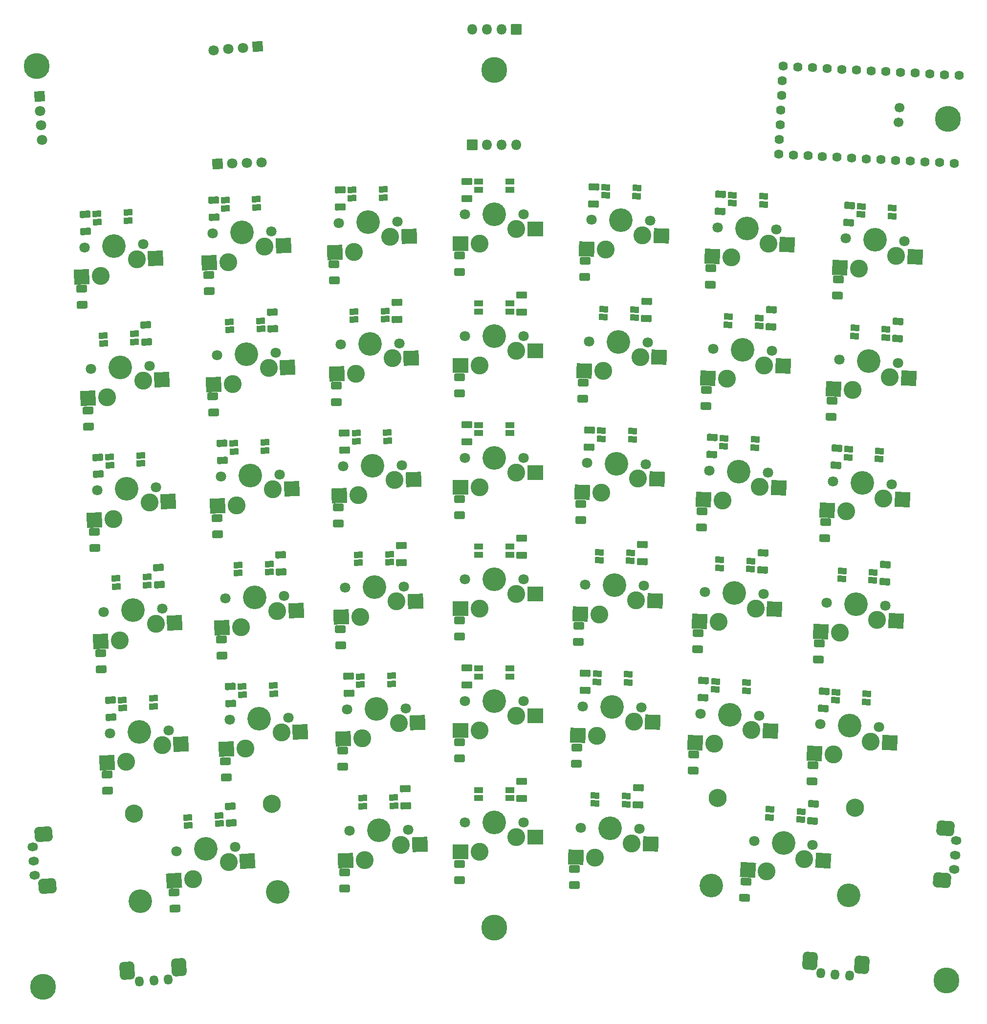
<source format=gbr>
%TF.GenerationSoftware,KiCad,Pcbnew,9.0.7*%
%TF.CreationDate,2026-01-25T01:50:45-05:00*%
%TF.ProjectId,travis_erg2026-v1,74726176-6973-45f6-9572-67323032362d,2026.01.24*%
%TF.SameCoordinates,Original*%
%TF.FileFunction,Soldermask,Bot*%
%TF.FilePolarity,Negative*%
%FSLAX46Y46*%
G04 Gerber Fmt 4.6, Leading zero omitted, Abs format (unit mm)*
G04 Created by KiCad (PCBNEW 9.0.7) date 2026-01-25 01:50:45*
%MOMM*%
%LPD*%
G01*
G04 APERTURE LIST*
G04 Aperture macros list*
%AMRoundRect*
0 Rectangle with rounded corners*
0 $1 Rounding radius*
0 $2 $3 $4 $5 $6 $7 $8 $9 X,Y pos of 4 corners*
0 Add a 4 corners polygon primitive as box body*
4,1,4,$2,$3,$4,$5,$6,$7,$8,$9,$2,$3,0*
0 Add four circle primitives for the rounded corners*
1,1,$1+$1,$2,$3*
1,1,$1+$1,$4,$5*
1,1,$1+$1,$6,$7*
1,1,$1+$1,$8,$9*
0 Add four rect primitives between the rounded corners*
20,1,$1+$1,$2,$3,$4,$5,0*
20,1,$1+$1,$4,$5,$6,$7,0*
20,1,$1+$1,$6,$7,$8,$9,0*
20,1,$1+$1,$8,$9,$2,$3,0*%
%AMHorizOval*
0 Thick line with rounded ends*
0 $1 width*
0 $2 $3 position (X,Y) of the first rounded end (center of the circle)*
0 $4 $5 position (X,Y) of the second rounded end (center of the circle)*
0 Add line between two ends*
20,1,$1,$2,$3,$4,$5,0*
0 Add two circle primitives to create the rounded ends*
1,1,$1,$2,$3*
1,1,$1,$4,$5*%
G04 Aperture macros list end*
%ADD10C,1.801800*%
%ADD11C,3.100000*%
%ADD12C,4.087800*%
%ADD13RoundRect,0.050000X1.317848X1.204742X-1.230599X1.293735X-1.317848X-1.204742X1.230599X-1.293735X0*%
%ADD14RoundRect,0.050000X1.230599X1.293735X-1.317848X1.204742X-1.230599X-1.293735X1.317848X-1.204742X0*%
%ADD15RoundRect,0.050000X1.275000X1.250000X-1.275000X1.250000X-1.275000X-1.250000X1.275000X-1.250000X0*%
%ADD16RoundRect,0.050000X1.338673X1.181559X-1.207833X1.315015X-1.338673X-1.181559X1.207833X-1.315015X0*%
%ADD17RoundRect,0.050000X1.252990X1.272061X-1.296621X1.227558X-1.252990X-1.272061X1.296621X-1.227558X0*%
%ADD18C,1.700000*%
%ADD19RoundRect,0.050000X1.296621X1.227558X-1.252990X1.272061X-1.296621X-1.227558X1.252990X-1.272061X0*%
%ADD20C,0.800000*%
%ADD21C,4.500000*%
%ADD22RoundRect,0.050000X-0.850000X0.850000X-0.850000X-0.850000X0.850000X-0.850000X0.850000X0.850000X0*%
%ADD23O,1.800000X1.800000*%
%ADD24RoundRect,0.050000X1.207833X1.315015X-1.338673X1.181559X-1.207833X-1.315015X1.338673X-1.181559X0*%
%ADD25RoundRect,0.650000X0.852466X-0.711197X0.943149X0.585636X-0.852466X0.711197X-0.943149X-0.585636X0*%
%ADD26HorizOval,1.500000X-0.149635X0.010463X0.149635X-0.010463X0*%
%ADD27C,1.624000*%
%ADD28RoundRect,0.050000X1.184699X1.335895X-1.359090X1.158016X-1.184699X-1.335895X1.359090X-1.158016X0*%
%ADD29RoundRect,0.050000X0.879147X-0.819818X0.819818X0.879147X-0.879147X0.819818X-0.819818X-0.879147X0*%
%ADD30HorizOval,1.800000X0.000000X0.000000X0.000000X0.000000X0*%
%ADD31RoundRect,0.050000X-0.920848X0.772683X-0.772683X-0.920848X0.920848X-0.772683X0.772683X0.920848X0*%
%ADD32HorizOval,1.800000X0.000000X0.000000X0.000000X0.000000X0*%
%ADD33C,3.148000*%
%ADD34RoundRect,0.650000X-0.585636X-0.943149X0.711197X-0.852466X0.585636X0.943149X-0.711197X0.852466X0*%
%ADD35HorizOval,1.500000X-0.010463X0.149635X0.010463X-0.149635X0*%
%ADD36RoundRect,0.050000X-0.804350X-0.893321X0.893321X-0.804350X0.804350X0.893321X-0.893321X0.804350X0*%
%ADD37HorizOval,1.800000X0.000000X0.000000X0.000000X0.000000X0*%
%ADD38RoundRect,0.050000X1.359090X1.158016X-1.184699X1.335895X-1.359090X-1.158016X1.184699X-1.335895X0*%
%ADD39RoundRect,0.650000X-0.943149X0.585636X-0.852466X-0.711197X0.943149X-0.585636X0.852466X0.711197X0*%
%ADD40HorizOval,1.500000X-0.149635X-0.010463X0.149635X0.010463X0*%
%ADD41RoundRect,0.650000X-0.711197X-0.852466X0.585636X-0.943149X0.711197X0.852466X-0.585636X0.943149X0*%
%ADD42HorizOval,1.500000X-0.010463X-0.149635X0.010463X0.149635X0*%
%ADD43RoundRect,0.050000X0.850000X-0.850000X0.850000X0.850000X-0.850000X0.850000X-0.850000X-0.850000X0*%
%ADD44RoundRect,0.050000X0.691167X0.512141X-0.708620X0.487707X-0.691167X-0.512141X0.708620X-0.487707X0*%
%ADD45RoundRect,0.050000X0.682124X0.524125X-0.717023X0.475266X-0.682124X-0.524125X0.717023X-0.475266X0*%
%ADD46RoundRect,0.271739X-0.671992X0.365044X-0.684323X-0.341370X0.671992X-0.365044X0.684323X0.341370X0*%
%ADD47RoundRect,0.050000X-0.691167X-0.512141X0.708620X-0.487707X0.691167X0.512141X-0.708620X0.487707X0*%
%ADD48RoundRect,0.270000X0.632906X-0.438725X0.675298X0.370165X-0.632906X0.438725X-0.675298X-0.370165X0*%
%ADD49RoundRect,0.271739X0.684323X-0.341370X0.671992X0.365044X-0.684323X0.341370X-0.671992X-0.365044X0*%
%ADD50RoundRect,0.271739X0.701251X-0.305087X0.651967X0.399714X-0.701251X0.305087X-0.651967X-0.399714X0*%
%ADD51RoundRect,0.271739X-0.658843X0.388274X-0.695820X-0.317279X0.658843X-0.388274X0.695820X0.317279X0*%
%ADD52RoundRect,0.050000X-0.717023X-0.475266X0.682124X-0.524125X0.717023X0.475266X-0.682124X0.524125X0*%
%ADD53RoundRect,0.271739X-0.684323X0.341370X-0.671992X-0.365044X0.684323X-0.341370X0.671992X0.365044X0*%
%ADD54RoundRect,0.270000X0.675298X-0.370165X0.632906X0.438725X-0.675298X0.370165X-0.632906X-0.438725X0*%
%ADD55RoundRect,0.050000X0.700000X0.500000X-0.700000X0.500000X-0.700000X-0.500000X0.700000X-0.500000X0*%
%ADD56RoundRect,0.050000X-0.708620X-0.487707X0.691167X-0.512141X0.708620X0.487707X-0.691167X0.512141X0*%
%ADD57RoundRect,0.270000X0.661968X-0.393507X0.647832X0.416370X-0.661968X0.393507X-0.647832X-0.416370X0*%
%ADD58RoundRect,0.270000X0.647832X-0.416370X0.661968X0.393507X-0.647832X0.416370X-0.661968X-0.393507X0*%
%ADD59RoundRect,0.050000X-0.700000X-0.500000X0.700000X-0.500000X0.700000X0.500000X-0.700000X0.500000X0*%
%ADD60RoundRect,0.271739X-0.690176X0.329375X-0.665519X-0.376717X0.690176X-0.329375X0.665519X0.376717X0*%
%ADD61RoundRect,0.270000X0.640467X-0.427612X0.668735X0.381894X-0.640467X0.427612X-0.668735X-0.381894X0*%
%ADD62RoundRect,0.270000X0.655000X-0.405000X0.655000X0.405000X-0.655000X0.405000X-0.655000X-0.405000X0*%
%ADD63RoundRect,0.271739X0.665519X-0.376717X0.690176X0.329375X-0.665519X0.376717X-0.690176X-0.329375X0*%
%ADD64RoundRect,0.050000X-0.725209X-0.462680X0.672873X-0.535950X0.725209X0.462680X-0.672873X0.535950X0*%
%ADD65RoundRect,0.271739X-0.678261X0.353261X-0.678261X-0.353261X0.678261X-0.353261X0.678261X0.353261X0*%
%ADD66RoundRect,0.050000X0.725209X0.462680X-0.672873X0.535950X-0.725209X-0.462680X0.672873X-0.535950X0*%
%ADD67RoundRect,0.271739X-0.665519X0.376717X-0.690176X-0.329375X0.665519X-0.376717X0.690176X0.329375X0*%
%ADD68RoundRect,0.271739X0.678261X-0.353261X0.678261X0.353261X-0.678261X0.353261X-0.678261X-0.353261X0*%
%ADD69RoundRect,0.271739X-0.695820X0.317279X-0.658843X-0.388274X0.695820X-0.317279X0.658843X0.388274X0*%
%ADD70RoundRect,0.271739X0.671992X-0.365044X0.684323X0.341370X-0.671992X0.365044X-0.684323X-0.341370X0*%
%ADD71RoundRect,0.050000X-0.682124X-0.524125X0.717023X-0.475266X0.682124X0.524125X-0.717023X0.475266X0*%
%ADD72RoundRect,0.270000X0.668735X-0.381894X0.640467X0.427612X-0.668735X0.381894X-0.640467X-0.427612X0*%
%ADD73RoundRect,0.270000X0.625153X-0.449704X0.681656X0.358323X-0.625153X0.449704X-0.681656X-0.358323X0*%
%ADD74RoundRect,0.050000X-0.672873X-0.535950X0.725209X-0.462680X0.672873X0.535950X-0.725209X0.462680X0*%
%ADD75RoundRect,0.050000X0.672873X0.535950X-0.725209X0.462680X-0.672873X-0.535950X0.725209X-0.462680X0*%
%ADD76RoundRect,0.270000X0.681656X-0.358323X0.625153X0.449704X-0.681656X0.358323X-0.625153X-0.449704X0*%
%ADD77RoundRect,0.050000X-0.733173X-0.449952X0.663417X-0.547612X0.733173X0.449952X-0.663417X0.547612X0*%
%ADD78RoundRect,0.271739X0.658843X-0.388274X0.695820X0.317279X-0.658843X0.388274X-0.695820X-0.317279X0*%
%ADD79RoundRect,0.050000X-0.663417X-0.547612X0.733173X-0.449952X0.663417X0.547612X-0.733173X0.449952X0*%
%ADD80RoundRect,0.271739X0.651967X-0.399714X0.701251X0.305087X-0.651967X0.399714X-0.701251X-0.305087X0*%
%ADD81RoundRect,0.271739X0.695820X-0.317279X0.658843X0.388274X-0.695820X0.317279X-0.658843X-0.388274X0*%
%ADD82RoundRect,0.050000X0.708620X0.487707X-0.691167X0.512141X-0.708620X-0.487707X0.691167X-0.512141X0*%
%ADD83RoundRect,0.050000X0.717023X0.475266X-0.682124X0.524125X-0.717023X-0.475266X0.682124X-0.524125X0*%
%ADD84RoundRect,0.271739X0.690176X-0.329375X0.665519X0.376717X-0.690176X0.329375X-0.665519X-0.376717X0*%
G04 APERTURE END LIST*
D10*
%TO.C,S32*%
X157362869Y-134318667D03*
D11*
X156004998Y-136812798D03*
D12*
X152285964Y-134141378D03*
D11*
X149570222Y-139129639D03*
D10*
X147209059Y-133964089D03*
D13*
X159278003Y-136927094D03*
X146270233Y-139014401D03*
%TD*%
D10*
%TO.C,S9*%
X72843188Y-134663215D03*
D11*
X71662607Y-137245990D03*
D12*
X67766283Y-134840504D03*
D11*
X65405120Y-140006054D03*
D10*
X62689378Y-135017793D03*
D14*
X74935612Y-137131694D03*
X62105131Y-140121292D03*
%TD*%
D10*
%TO.C,S31*%
X156628234Y-155355844D03*
D11*
X155270363Y-157849975D03*
D12*
X151551329Y-155178555D03*
D11*
X148835587Y-160166816D03*
D10*
X146474424Y-155001266D03*
D13*
X158543368Y-157964271D03*
X145535598Y-160051578D03*
%TD*%
D10*
%TO.C,S23*%
X115082567Y-89653140D03*
D11*
X113812567Y-92193140D03*
D12*
X110002567Y-89653140D03*
D11*
X107462567Y-94733140D03*
D10*
X104922567Y-89653140D03*
D15*
X117087567Y-92193140D03*
X104160567Y-94733140D03*
%TD*%
D10*
%TO.C,S40*%
X181022365Y-94309212D03*
D11*
X179621172Y-96779264D03*
D12*
X175949327Y-94043345D03*
D11*
X173146941Y-98983450D03*
D10*
X170876289Y-93777478D03*
D16*
X182891684Y-96950664D03*
X169849467Y-98810636D03*
%TD*%
D10*
%TO.C,S16*%
X93582806Y-111977075D03*
D11*
X92357329Y-114538852D03*
D12*
X88503580Y-112065733D03*
D11*
X86052625Y-117189288D03*
D10*
X83424354Y-112154391D03*
D17*
X95631830Y-114481696D03*
X82751128Y-117246916D03*
%TD*%
D10*
%TO.C,S39*%
X179920693Y-115330364D03*
D11*
X178519500Y-117800416D03*
D12*
X174847655Y-115064497D03*
D11*
X172045269Y-120004602D03*
D10*
X169774617Y-114798630D03*
D16*
X181790012Y-117971816D03*
X168747795Y-119831788D03*
%TD*%
D18*
%TO.C,C1*%
X180020720Y-73678516D03*
X180151560Y-71181942D03*
%TD*%
D10*
%TO.C,S29*%
X136968659Y-90757828D03*
D11*
X135654524Y-93275277D03*
D12*
X131889433Y-90669170D03*
D11*
X129261162Y-95704067D03*
D10*
X126810207Y-90580512D03*
D19*
X138929025Y-93332433D03*
X125959665Y-95646439D03*
%TD*%
D10*
%TO.C,S8*%
X73577822Y-155700392D03*
D11*
X72397241Y-158283167D03*
D12*
X68500917Y-155877681D03*
D11*
X66139754Y-161043231D03*
D10*
X63424012Y-156054970D03*
D14*
X75670246Y-158168871D03*
X62839765Y-161158469D03*
%TD*%
D20*
%TO.C,HOLE1*%
X29066043Y-64062467D03*
X29487593Y-62872048D03*
X29609717Y-65202302D03*
X30627428Y-62328374D03*
D21*
X30713782Y-63976113D03*
D20*
X30800136Y-65623852D03*
X31817847Y-62749924D03*
X31939971Y-65080178D03*
X32361521Y-63889759D03*
%TD*%
D10*
%TO.C,S7*%
X74312457Y-176737569D03*
D11*
X73131876Y-179320344D03*
D12*
X69235552Y-176914858D03*
D11*
X66874389Y-182080408D03*
D10*
X64158647Y-177092147D03*
D14*
X76404881Y-179206048D03*
X63574400Y-182195646D03*
%TD*%
D10*
%TO.C,S26*%
X135866539Y-153898210D03*
D11*
X134552404Y-156415659D03*
D12*
X130787313Y-153809552D03*
D11*
X128159042Y-158844449D03*
D10*
X125708087Y-153720894D03*
D19*
X137826905Y-156472815D03*
X124857545Y-158786821D03*
%TD*%
D22*
%TO.C,OLED5*%
X113812567Y-57603140D03*
D23*
X111272567Y-57603140D03*
X108732567Y-57603140D03*
X106192567Y-57603140D03*
%TD*%
D10*
%TO.C,S3*%
X52513674Y-157888899D03*
D11*
X51378348Y-160491885D03*
D12*
X47440636Y-158154766D03*
D11*
X45169984Y-163360737D03*
D10*
X42367598Y-158420633D03*
D24*
X54648860Y-160320485D03*
X41872509Y-163533551D03*
%TD*%
D25*
%TO.C,ROT4*%
X187517002Y-204857379D03*
X188144810Y-195879303D03*
D26*
X189651643Y-203001764D03*
X189826034Y-200507854D03*
X190000425Y-198013944D03*
%TD*%
D10*
%TO.C,S12*%
X95052299Y-196164251D03*
D11*
X93826822Y-198726028D03*
D12*
X89973073Y-196252909D03*
D11*
X87522118Y-201376464D03*
D10*
X84893847Y-196341567D03*
D17*
X97101323Y-198668872D03*
X84220621Y-201434092D03*
%TD*%
D10*
%TO.C,S25*%
X135499166Y-174945004D03*
D11*
X134185031Y-177462453D03*
D12*
X130419940Y-174856346D03*
D11*
X127791669Y-179891243D03*
D10*
X125340714Y-174767688D03*
D19*
X137459532Y-177519609D03*
X124490172Y-179833615D03*
%TD*%
D27*
%TO.C,MCU1*%
X190468138Y-65594213D03*
X187931619Y-65461279D03*
X185395100Y-65328346D03*
X182858581Y-65195413D03*
X180322062Y-65062479D03*
X177785543Y-64929546D03*
X175249023Y-64796613D03*
X172712504Y-64663679D03*
X170175985Y-64530746D03*
X167639466Y-64397813D03*
X165102947Y-64264879D03*
X162566428Y-64131946D03*
X160029909Y-63999013D03*
X159896976Y-66535532D03*
X159764043Y-69072051D03*
X159631109Y-71608570D03*
X159498176Y-74145089D03*
X159365243Y-76681608D03*
X159232309Y-79218127D03*
X161768828Y-79351060D03*
X164305347Y-79483993D03*
X166841866Y-79616927D03*
X169378385Y-79749860D03*
X171914905Y-79882793D03*
X174451424Y-80015727D03*
X176987943Y-80148660D03*
X179524462Y-80281593D03*
X182060981Y-80414527D03*
X184597500Y-80547460D03*
X187134019Y-80680393D03*
X189670538Y-80813327D03*
%TD*%
D10*
%TO.C,S1*%
X65078886Y-199120969D03*
D11*
X63989159Y-201743373D03*
D12*
X60011261Y-199475332D03*
D11*
X57831811Y-204720139D03*
D10*
X54943636Y-199829695D03*
D28*
X67256184Y-201514920D03*
X54537855Y-204950475D03*
%TD*%
D10*
%TO.C,S4*%
X51412002Y-136867747D03*
D11*
X50276676Y-139470733D03*
D12*
X46338964Y-137133614D03*
D11*
X44068312Y-142339585D03*
D10*
X41265926Y-137399481D03*
D24*
X53547188Y-139299333D03*
X40770837Y-142512399D03*
%TD*%
D10*
%TO.C,S18*%
X115082567Y-194903140D03*
D11*
X113812567Y-197443140D03*
D12*
X110002567Y-194903140D03*
D11*
X107462567Y-199983140D03*
D10*
X104922567Y-194903140D03*
D15*
X117087567Y-197443140D03*
X104160567Y-199983140D03*
%TD*%
D29*
%TO.C,OLED2*%
X62069669Y-80881442D03*
D30*
X64608122Y-80792797D03*
X67146574Y-80704153D03*
X69685027Y-80615508D03*
%TD*%
D31*
%TO.C,OLED3*%
X68986164Y-60602707D03*
D32*
X66455828Y-60824083D03*
X63925495Y-61045458D03*
X61395160Y-61266834D03*
%TD*%
D10*
%TO.C,S20*%
X115082567Y-152803140D03*
D11*
X113812567Y-155343140D03*
D12*
X110002567Y-152803140D03*
D11*
X107462567Y-157883140D03*
D10*
X104922567Y-152803140D03*
D15*
X117087567Y-155343140D03*
X104160567Y-157883140D03*
%TD*%
D10*
%TO.C,S38*%
X178819021Y-136351516D03*
D11*
X177417828Y-138821568D03*
D12*
X173745983Y-136085649D03*
D11*
X170943597Y-141025754D03*
D10*
X168672945Y-135819782D03*
D16*
X180688340Y-138992968D03*
X167646123Y-140852940D03*
%TD*%
D10*
%TO.C,S30*%
X155893600Y-176393021D03*
D11*
X154535729Y-178887152D03*
D12*
X150816695Y-176215732D03*
D11*
X148100953Y-181203993D03*
D10*
X145739790Y-176038443D03*
D13*
X157808734Y-179001448D03*
X144800964Y-181088755D03*
%TD*%
D10*
%TO.C,S24*%
X135131793Y-195991798D03*
D11*
X133817658Y-198509247D03*
D12*
X130052567Y-195903140D03*
D11*
X127424296Y-200938037D03*
D10*
X124973341Y-195814482D03*
D19*
X137092159Y-198566403D03*
X124122799Y-200880409D03*
%TD*%
D10*
%TO.C,S2*%
X53615346Y-178910050D03*
D11*
X52480020Y-181513036D03*
D12*
X48542308Y-179175917D03*
D11*
X46271656Y-184381888D03*
D10*
X43469270Y-179441784D03*
D24*
X55750532Y-181341636D03*
X42974181Y-184554702D03*
%TD*%
D10*
%TO.C,S37*%
X177717349Y-157372667D03*
D11*
X176316156Y-159842719D03*
D12*
X172644311Y-157106800D03*
D11*
X169841925Y-162046905D03*
D10*
X167571273Y-156840933D03*
D16*
X179586668Y-160014119D03*
X166544451Y-161874091D03*
%TD*%
D20*
%TO.C,HOLE4*%
X186636167Y-222112969D03*
X187199651Y-220982796D03*
X187036877Y-223310564D03*
X188397246Y-220582086D03*
D21*
X188282148Y-222228067D03*
D20*
X188167050Y-223874048D03*
X189527419Y-221145570D03*
X189364645Y-223473338D03*
X189928129Y-222343165D03*
%TD*%
D10*
%TO.C,S11*%
X71373919Y-92588861D03*
D11*
X70193338Y-95171636D03*
D12*
X66297014Y-92766150D03*
D11*
X63935851Y-97931700D03*
D10*
X61220109Y-92943439D03*
D14*
X73466343Y-95057340D03*
X60635862Y-98046938D03*
%TD*%
D33*
%TO.C,STAB2u1*%
X47615092Y-193340100D03*
D12*
X48676088Y-208513049D03*
D33*
X71432932Y-191674594D03*
D12*
X72493928Y-206847544D03*
%TD*%
D34*
%TO.C,ROT2*%
X46421479Y-220524582D03*
X55399555Y-219896774D03*
D35*
X48556120Y-222380197D03*
X51050030Y-222205806D03*
X53543940Y-222031415D03*
%TD*%
D36*
%TO.C,OLED1*%
X31236895Y-69180868D03*
D37*
X31369828Y-71717387D03*
X31502762Y-74253906D03*
X31635695Y-76790425D03*
%TD*%
D10*
%TO.C,S6*%
X49208658Y-94825444D03*
D11*
X48073332Y-97428430D03*
D12*
X44135620Y-95091311D03*
D11*
X41864968Y-100297282D03*
D10*
X39062582Y-95357178D03*
D24*
X51343844Y-97257030D03*
X38567493Y-100470096D03*
%TD*%
D10*
%TO.C,S15*%
X93950179Y-133023869D03*
D11*
X92724702Y-135585646D03*
D12*
X88870953Y-133112527D03*
D11*
X86419998Y-138236082D03*
D10*
X83791727Y-133201185D03*
D17*
X95999203Y-135528490D03*
X83118501Y-138293710D03*
%TD*%
D10*
%TO.C,S5*%
X50310330Y-115846595D03*
D11*
X49175004Y-118449581D03*
D12*
X45237292Y-116112462D03*
D11*
X42966640Y-121318433D03*
D10*
X40164254Y-116378329D03*
D24*
X52445516Y-118278181D03*
X39669165Y-121491247D03*
%TD*%
D10*
%TO.C,S19*%
X115082567Y-173853140D03*
D11*
X113812567Y-176393140D03*
D12*
X110002567Y-173853140D03*
D11*
X107462567Y-178933140D03*
D10*
X104922567Y-173853140D03*
D15*
X117087567Y-176393140D03*
X104160567Y-178933140D03*
%TD*%
D10*
%TO.C,S35*%
X165141311Y-198781730D03*
D11*
X163697224Y-201226952D03*
D12*
X160073686Y-198427367D03*
D11*
X157185510Y-203317811D03*
D10*
X155006061Y-198073004D03*
D38*
X166964246Y-201455404D03*
X153891554Y-203087475D03*
%TD*%
D20*
%TO.C,HOLE5*%
X108352567Y-213059390D03*
X108835841Y-211892664D03*
X108835841Y-214226116D03*
X110002567Y-211409390D03*
D21*
X110002567Y-213059390D03*
D20*
X110002567Y-214709390D03*
X111169293Y-211892664D03*
X111169293Y-214226116D03*
X111652567Y-213059390D03*
%TD*%
D39*
%TO.C,ROT1*%
X31940137Y-196927268D03*
X32567945Y-205905344D03*
D40*
X30084522Y-199061909D03*
X30258913Y-201555819D03*
X30433304Y-204049729D03*
%TD*%
D10*
%TO.C,S10*%
X72108554Y-113626038D03*
D11*
X70927973Y-116208813D03*
D12*
X67031649Y-113803327D03*
D11*
X64670486Y-118968877D03*
D10*
X61954744Y-113980616D03*
D14*
X74200978Y-116094517D03*
X61370497Y-119084115D03*
%TD*%
D33*
%TO.C,STAB2u2*%
X148652015Y-190626629D03*
D12*
X147591019Y-205799579D03*
D33*
X172469855Y-192292135D03*
D12*
X171408859Y-207465084D03*
%TD*%
D10*
%TO.C,S28*%
X136601286Y-111804622D03*
D11*
X135287151Y-114322071D03*
D12*
X131522060Y-111715964D03*
D11*
X128893789Y-116750861D03*
D10*
X126442834Y-111627306D03*
D19*
X138561652Y-114379227D03*
X125592292Y-116693233D03*
%TD*%
D10*
%TO.C,S13*%
X94684926Y-175117457D03*
D11*
X93459449Y-177679234D03*
D12*
X89605700Y-175206115D03*
D11*
X87154745Y-180329670D03*
D10*
X84526474Y-175294773D03*
D17*
X96733950Y-177622078D03*
X83853248Y-180387298D03*
%TD*%
D10*
%TO.C,S17*%
X93215433Y-90930281D03*
D11*
X91989956Y-93492058D03*
D12*
X88136207Y-91018939D03*
D11*
X85685252Y-96142494D03*
D10*
X83056981Y-91107597D03*
D17*
X95264457Y-93434902D03*
X82383755Y-96200122D03*
%TD*%
D10*
%TO.C,S14*%
X94317552Y-154070663D03*
D11*
X93092075Y-156632440D03*
D12*
X89238326Y-154159321D03*
D11*
X86787371Y-159282876D03*
D10*
X84159100Y-154247979D03*
D17*
X96366576Y-156575284D03*
X83485874Y-159340504D03*
%TD*%
D41*
%TO.C,ROT3*%
X164685392Y-218848809D03*
X173663468Y-219476617D03*
D42*
X166541007Y-220983450D03*
X169034917Y-221157841D03*
X171528827Y-221332232D03*
%TD*%
D10*
%TO.C,S36*%
X176615677Y-178393819D03*
D11*
X175214484Y-180863871D03*
D12*
X171542639Y-178127952D03*
D11*
X168740253Y-183068057D03*
D10*
X166469601Y-177862085D03*
D16*
X178484996Y-181035271D03*
X165442779Y-182895243D03*
%TD*%
D10*
%TO.C,S27*%
X136233912Y-132851416D03*
D11*
X134919777Y-135368865D03*
D12*
X131154686Y-132762758D03*
D11*
X128526415Y-137797655D03*
D10*
X126075460Y-132674100D03*
D19*
X138194278Y-135426021D03*
X125224918Y-137740027D03*
%TD*%
D20*
%TO.C,HOLE3*%
X186937325Y-73064662D03*
X187480999Y-71924827D03*
X187358875Y-74255081D03*
X188671418Y-71503277D03*
D21*
X188585064Y-73151016D03*
D20*
X188498710Y-74798755D03*
X189811253Y-72046951D03*
X189689129Y-74377205D03*
X190232803Y-73237370D03*
%TD*%
D10*
%TO.C,S22*%
X115082567Y-110703140D03*
D11*
X113812567Y-113243140D03*
D12*
X110002567Y-110703140D03*
D11*
X107462567Y-115783140D03*
D10*
X104922567Y-110703140D03*
D15*
X117087567Y-113243140D03*
X104160567Y-115783140D03*
%TD*%
D10*
%TO.C,S33*%
X158097503Y-113281490D03*
D11*
X156739632Y-115775621D03*
D12*
X153020598Y-113104201D03*
D11*
X150304856Y-118092462D03*
D10*
X147943693Y-112926912D03*
D13*
X160012637Y-115889917D03*
X147004867Y-117977224D03*
%TD*%
D10*
%TO.C,S34*%
X158832138Y-92244313D03*
D11*
X157474267Y-94738444D03*
D12*
X153755233Y-92067024D03*
D11*
X151039491Y-97055285D03*
D10*
X148678328Y-91889735D03*
D13*
X160747272Y-94852740D03*
X147739502Y-96940047D03*
%TD*%
D20*
%TO.C,HOLE6*%
X30156819Y-223391130D03*
X30557529Y-222193535D03*
X30720303Y-224521303D03*
X31687702Y-221630051D03*
D21*
X31802800Y-223276032D03*
D20*
X31917898Y-224922013D03*
X32885297Y-222030761D03*
X33048071Y-224358529D03*
X33448781Y-223160934D03*
%TD*%
D10*
%TO.C,S21*%
X115082567Y-131753140D03*
D11*
X113812567Y-134293140D03*
D12*
X110002567Y-131753140D03*
D11*
X107462567Y-136833140D03*
D10*
X104922567Y-131753140D03*
D15*
X117087567Y-134293140D03*
X104160567Y-136833140D03*
%TD*%
D43*
%TO.C,OLED4*%
X106192567Y-77628140D03*
D23*
X108732567Y-77628140D03*
X111272567Y-77628140D03*
X113812567Y-77628140D03*
%TD*%
D20*
%TO.C,HOLE2*%
X108352567Y-64628140D03*
X108835841Y-63461414D03*
X108835841Y-65794866D03*
X110002567Y-62978140D03*
D21*
X110002567Y-64628140D03*
D20*
X110002567Y-66278140D03*
X111169293Y-63461414D03*
X111169293Y-65794866D03*
X111652567Y-64628140D03*
%TD*%
D44*
%TO.C,LED8*%
X86072584Y-127500510D03*
X86097017Y-128900297D03*
X91496194Y-128806054D03*
X91471761Y-127406267D03*
%TD*%
D45*
%TO.C,LED6*%
X63401128Y-87203827D03*
X63449987Y-88602974D03*
X68846698Y-88414517D03*
X68797839Y-87015370D03*
%TD*%
D46*
%TO.C,C14*%
X125770578Y-169049320D03*
X125719094Y-171998870D03*
%TD*%
D47*
%TO.C,LED28*%
X91863567Y-149852848D03*
X91839134Y-148453061D03*
X86439957Y-148547304D03*
X86464390Y-149947091D03*
%TD*%
D48*
%TO.C,D37*%
X166108134Y-166702874D03*
X166254674Y-163906712D03*
%TD*%
D49*
%TO.C,C29*%
X93914739Y-149902057D03*
X93863255Y-146952507D03*
%TD*%
D50*
%TO.C,C23*%
X64458457Y-194979159D03*
X64252675Y-192036345D03*
%TD*%
D51*
%TO.C,C22*%
X171505461Y-88077595D03*
X171351069Y-91023553D03*
%TD*%
D52*
%TO.C,LED37*%
X155867626Y-108941025D03*
X155916485Y-107541878D03*
X150519774Y-107353421D03*
X150470915Y-108752568D03*
%TD*%
D53*
%TO.C,C9*%
X84021762Y-127471298D03*
X84073246Y-130420848D03*
%TD*%
D54*
%TO.C,D3*%
X41943327Y-168381488D03*
X41796787Y-165585326D03*
%TD*%
D49*
%TO.C,C28*%
X94649485Y-191995645D03*
X94598001Y-189046095D03*
%TD*%
D55*
%TO.C,LED11*%
X107302567Y-126093140D03*
X107302567Y-127493140D03*
X112702567Y-127493140D03*
X112702567Y-126093140D03*
%TD*%
D56*
%TO.C,LED35*%
X134295995Y-107503735D03*
X134320428Y-106103948D03*
X128921251Y-106009705D03*
X128896818Y-107409492D03*
%TD*%
D53*
%TO.C,C8*%
X84756508Y-169564886D03*
X84807992Y-172514436D03*
%TD*%
D57*
%TO.C,D12*%
X84122205Y-206281548D03*
X84073339Y-203481974D03*
%TD*%
D58*
%TO.C,D26*%
X124590016Y-163627890D03*
X124638882Y-160828316D03*
%TD*%
D59*
%TO.C,LED31*%
X112702567Y-148543140D03*
X112702567Y-147143140D03*
X107302567Y-147143140D03*
X107302567Y-148543140D03*
%TD*%
D55*
%TO.C,LED10*%
X107302567Y-168193140D03*
X107302567Y-169593140D03*
X112702567Y-169593140D03*
X112702567Y-168193140D03*
%TD*%
D60*
%TO.C,C5*%
X64288645Y-171359118D03*
X64391599Y-174307320D03*
%TD*%
D61*
%TO.C,D34*%
X147387526Y-101775709D03*
X147485244Y-98977415D03*
%TD*%
D58*
%TO.C,D25*%
X124222643Y-184674684D03*
X124271509Y-181875110D03*
%TD*%
D62*
%TO.C,D21*%
X103977567Y-141678140D03*
X103977567Y-138878140D03*
%TD*%
D63*
%TO.C,C38*%
X157913410Y-109097517D03*
X158016364Y-106149315D03*
%TD*%
D53*
%TO.C,C10*%
X83287015Y-85377710D03*
X83338499Y-88327260D03*
%TD*%
D64*
%TO.C,LED40*%
X177766906Y-110951642D03*
X177840176Y-109553560D03*
X172447576Y-109270946D03*
X172374306Y-110669028D03*
%TD*%
D65*
%TO.C,C11*%
X105252567Y-168128140D03*
X105252567Y-171078140D03*
%TD*%
D57*
%TO.C,D17*%
X82285339Y-101047578D03*
X82236473Y-98248004D03*
%TD*%
D62*
%TO.C,D23*%
X103977567Y-99578140D03*
X103977567Y-96778140D03*
%TD*%
D66*
%TO.C,LED19*%
X169142561Y-172334402D03*
X169069291Y-173732484D03*
X174461891Y-174015098D03*
X174535161Y-172617016D03*
%TD*%
%TO.C,LED20*%
X171345905Y-130292098D03*
X171272635Y-131690180D03*
X176665235Y-131972794D03*
X176738505Y-130574712D03*
%TD*%
D67*
%TO.C,C19*%
X149207926Y-86179740D03*
X149104972Y-89127942D03*
%TD*%
D68*
%TO.C,C33*%
X114752567Y-106528140D03*
X114752567Y-103578140D03*
%TD*%
D45*
%TO.C,LED5*%
X64870396Y-129278180D03*
X64919255Y-130677327D03*
X70315966Y-130488870D03*
X70267107Y-129089723D03*
%TD*%
D69*
%TO.C,C4*%
X39092506Y-89622752D03*
X39246898Y-92568710D03*
%TD*%
D70*
%TO.C,C34*%
X134874707Y-191811675D03*
X134926191Y-188862125D03*
%TD*%
D71*
%TO.C,LED26*%
X69581332Y-109451693D03*
X69532473Y-108052546D03*
X64135762Y-108241003D03*
X64184621Y-109640150D03*
%TD*%
D62*
%TO.C,D20*%
X103977567Y-162728140D03*
X103977567Y-159928140D03*
%TD*%
D72*
%TO.C,D10*%
X61356696Y-123932550D03*
X61258978Y-121134256D03*
%TD*%
D73*
%TO.C,D35*%
X153371030Y-207907908D03*
X153566348Y-205114728D03*
%TD*%
D62*
%TO.C,D19*%
X103977567Y-183778140D03*
X103977567Y-180978140D03*
%TD*%
D68*
%TO.C,C32*%
X114752567Y-148628140D03*
X114752567Y-145678140D03*
%TD*%
D46*
%TO.C,C16*%
X127240071Y-84862144D03*
X127188587Y-87811694D03*
%TD*%
D45*
%TO.C,LED4*%
X66339665Y-171352534D03*
X66388524Y-172751681D03*
X71785235Y-172563224D03*
X71736376Y-171164077D03*
%TD*%
D72*
%TO.C,D7*%
X63560599Y-187044081D03*
X63462881Y-184245787D03*
%TD*%
D74*
%TO.C,LED24*%
X47710641Y-111716994D03*
X47637371Y-110318912D03*
X42244771Y-110601526D03*
X42318041Y-111999608D03*
%TD*%
%TO.C,LED23*%
X49913984Y-153759297D03*
X49840714Y-152361215D03*
X44448114Y-152643829D03*
X44521384Y-154041911D03*
%TD*%
D54*
%TO.C,D2*%
X43044999Y-189402639D03*
X42898459Y-186606477D03*
%TD*%
D61*
%TO.C,D33*%
X146652891Y-122812886D03*
X146750609Y-120014592D03*
%TD*%
D69*
%TO.C,C3*%
X41295850Y-131665055D03*
X41450242Y-134611013D03*
%TD*%
D65*
%TO.C,C12*%
X105252567Y-126028140D03*
X105252567Y-128978140D03*
%TD*%
D70*
%TO.C,C36*%
X136344200Y-107624499D03*
X136395684Y-104674949D03*
%TD*%
D75*
%TO.C,LED2*%
X43346443Y-131622677D03*
X43419713Y-133020759D03*
X48812313Y-132738145D03*
X48739043Y-131340063D03*
%TD*%
D62*
%TO.C,D18*%
X103977567Y-204828140D03*
X103977567Y-202028140D03*
%TD*%
D54*
%TO.C,D5*%
X39739983Y-126339184D03*
X39593443Y-123543022D03*
%TD*%
D69*
%TO.C,C2*%
X43499194Y-173707359D03*
X43653586Y-176653317D03*
%TD*%
D57*
%TO.C,D14*%
X83387459Y-164187960D03*
X83338593Y-161388386D03*
%TD*%
D62*
%TO.C,D22*%
X103977567Y-120628140D03*
X103977567Y-117828140D03*
%TD*%
D76*
%TO.C,D1*%
X54693271Y-209796438D03*
X54497953Y-207003258D03*
%TD*%
D61*
%TO.C,D32*%
X145918257Y-143850062D03*
X146015975Y-141051768D03*
%TD*%
D57*
%TO.C,D13*%
X83754832Y-185234754D03*
X83705966Y-182435180D03*
%TD*%
%TO.C,D16*%
X82652712Y-122094372D03*
X82603846Y-119294798D03*
%TD*%
D67*
%TO.C,C17*%
X146269388Y-170328447D03*
X146166434Y-173276649D03*
%TD*%
D58*
%TO.C,D29*%
X125692136Y-100487508D03*
X125741002Y-97687934D03*
%TD*%
D47*
%TO.C,LED29*%
X91128821Y-107759260D03*
X91104388Y-106359473D03*
X85705211Y-106453716D03*
X85729644Y-107853503D03*
%TD*%
D77*
%TO.C,LED38*%
X163064271Y-194366086D03*
X163161930Y-192969497D03*
X157775085Y-192592812D03*
X157677426Y-193989401D03*
%TD*%
D65*
%TO.C,C13*%
X105252567Y-83928140D03*
X105252567Y-86878140D03*
%TD*%
D75*
%TO.C,LED3*%
X41143099Y-89580374D03*
X41216369Y-90978456D03*
X46608969Y-90695842D03*
X46535699Y-89297760D03*
%TD*%
D78*
%TO.C,C40*%
X177606304Y-153186118D03*
X177760696Y-150240160D03*
%TD*%
D44*
%TO.C,LED7*%
X86807331Y-169594098D03*
X86831764Y-170993885D03*
X92230941Y-170899642D03*
X92206508Y-169499855D03*
%TD*%
D61*
%TO.C,D30*%
X144448988Y-185924416D03*
X144546706Y-183126122D03*
%TD*%
D79*
%TO.C,LED22*%
X62407521Y-195037366D03*
X62309862Y-193640777D03*
X56923017Y-194017462D03*
X57020676Y-195414051D03*
%TD*%
D80*
%TO.C,C39*%
X165103348Y-194593880D03*
X165309130Y-191651066D03*
%TD*%
D58*
%TO.C,D24*%
X123855270Y-205721478D03*
X123904136Y-202921904D03*
%TD*%
D63*
%TO.C,C37*%
X156444141Y-151171870D03*
X156547095Y-148223668D03*
%TD*%
D59*
%TO.C,LED30*%
X112702567Y-190643140D03*
X112702567Y-189243140D03*
X107302567Y-189243140D03*
X107302567Y-190643140D03*
%TD*%
D71*
%TO.C,LED25*%
X71050601Y-151526047D03*
X71001742Y-150126900D03*
X65605031Y-150315357D03*
X65653890Y-151714504D03*
%TD*%
D72*
%TO.C,D8*%
X62825965Y-166006904D03*
X62728247Y-163208610D03*
%TD*%
D57*
%TO.C,D15*%
X83020086Y-143141166D03*
X82971220Y-140341592D03*
%TD*%
D64*
%TO.C,LED39*%
X175563563Y-152993946D03*
X175636833Y-151595864D03*
X170244233Y-151313250D03*
X170170963Y-152711332D03*
%TD*%
D67*
%TO.C,C18*%
X147738657Y-128254094D03*
X147635703Y-131202296D03*
%TD*%
D61*
%TO.C,D31*%
X145183622Y-164887239D03*
X145281340Y-162088945D03*
%TD*%
D60*
%TO.C,C6*%
X62819377Y-129284764D03*
X62922331Y-132232966D03*
%TD*%
D51*
%TO.C,C21*%
X169302117Y-130119898D03*
X169147725Y-133065856D03*
%TD*%
D60*
%TO.C,C7*%
X61350108Y-87210411D03*
X61453062Y-90158613D03*
%TD*%
D52*
%TO.C,LED36*%
X154398357Y-151015379D03*
X154447216Y-149616232D03*
X149050505Y-149427775D03*
X149001646Y-150826922D03*
%TD*%
D46*
%TO.C,C15*%
X126505325Y-126955732D03*
X126453841Y-129905282D03*
%TD*%
D56*
%TO.C,LED33*%
X132826503Y-191690911D03*
X132850936Y-190291124D03*
X127451759Y-190196881D03*
X127427326Y-191596668D03*
%TD*%
D68*
%TO.C,C31*%
X114752567Y-190728140D03*
X114752567Y-187778140D03*
%TD*%
D75*
%TO.C,LED1*%
X45549786Y-173664981D03*
X45623056Y-175063063D03*
X51015656Y-174780449D03*
X50942386Y-173382367D03*
%TD*%
D48*
%TO.C,D40*%
X169413150Y-103639419D03*
X169559690Y-100843257D03*
%TD*%
D81*
%TO.C,C24*%
X51965624Y-153736892D03*
X51811232Y-150790934D03*
%TD*%
D82*
%TO.C,LED15*%
X129288625Y-84962911D03*
X129264192Y-86362698D03*
X134663369Y-86456941D03*
X134687802Y-85057154D03*
%TD*%
D58*
%TO.C,D27*%
X124957389Y-142581096D03*
X125006255Y-139781522D03*
%TD*%
D48*
%TO.C,D39*%
X168311478Y-124660571D03*
X168458018Y-121864409D03*
%TD*%
%TO.C,D36*%
X165006462Y-187724026D03*
X165153002Y-184927864D03*
%TD*%
D51*
%TO.C,C20*%
X167098773Y-172162202D03*
X166944381Y-175108160D03*
%TD*%
D78*
%TO.C,C41*%
X179809648Y-111143815D03*
X179964040Y-108197857D03*
%TD*%
D83*
%TO.C,LED16*%
X148315870Y-170464951D03*
X148267011Y-171864098D03*
X153663722Y-172052555D03*
X153712581Y-170653408D03*
%TD*%
%TO.C,LED18*%
X151254408Y-86316244D03*
X151205549Y-87715391D03*
X156602260Y-87903848D03*
X156651119Y-86504701D03*
%TD*%
D72*
%TO.C,D9*%
X62091330Y-144969727D03*
X61993612Y-142171433D03*
%TD*%
D56*
%TO.C,LED34*%
X133561249Y-149597323D03*
X133585682Y-148197536D03*
X128186505Y-148103293D03*
X128162072Y-149503080D03*
%TD*%
D70*
%TO.C,C35*%
X135609454Y-149718087D03*
X135660938Y-146768537D03*
%TD*%
D81*
%TO.C,C25*%
X49762280Y-111694589D03*
X49607888Y-108748631D03*
%TD*%
D72*
%TO.C,D11*%
X60622062Y-102895373D03*
X60524344Y-100097079D03*
%TD*%
D44*
%TO.C,LED9*%
X85337838Y-85406922D03*
X85362271Y-86806709D03*
X90761448Y-86712466D03*
X90737015Y-85312679D03*
%TD*%
D59*
%TO.C,LED32*%
X112702567Y-106443140D03*
X112702567Y-105043140D03*
X107302567Y-105043140D03*
X107302567Y-106443140D03*
%TD*%
D84*
%TO.C,C27*%
X71633050Y-109465097D03*
X71530096Y-106516895D03*
%TD*%
D66*
%TO.C,LED21*%
X173549248Y-88249795D03*
X173475978Y-89647877D03*
X178868578Y-89930491D03*
X178941848Y-88532409D03*
%TD*%
D84*
%TO.C,C26*%
X73102319Y-151539451D03*
X72999365Y-148591249D03*
%TD*%
D54*
%TO.C,D6*%
X38638311Y-105318032D03*
X38491771Y-102521870D03*
%TD*%
D82*
%TO.C,LED14*%
X128553878Y-127056499D03*
X128529445Y-128456286D03*
X133928622Y-128550529D03*
X133953055Y-127150742D03*
%TD*%
D58*
%TO.C,D28*%
X125324762Y-121534302D03*
X125373628Y-118734728D03*
%TD*%
D49*
%TO.C,C30*%
X93179992Y-107808469D03*
X93128508Y-104858919D03*
%TD*%
D54*
%TO.C,D4*%
X40841655Y-147360336D03*
X40695115Y-144564174D03*
%TD*%
D83*
%TO.C,LED17*%
X149785139Y-128390598D03*
X149736280Y-129789745D03*
X155132991Y-129978202D03*
X155181850Y-128579055D03*
%TD*%
D82*
%TO.C,LED13*%
X127819132Y-169150087D03*
X127794699Y-170549874D03*
X133193876Y-170644117D03*
X133218309Y-169244330D03*
%TD*%
D55*
%TO.C,LED12*%
X107302567Y-83993140D03*
X107302567Y-85393140D03*
X112702567Y-85393140D03*
X112702567Y-83993140D03*
%TD*%
D47*
%TO.C,LED27*%
X92598314Y-191946436D03*
X92573881Y-190546649D03*
X87174704Y-190640892D03*
X87199137Y-192040679D03*
%TD*%
D48*
%TO.C,D38*%
X167209806Y-145681722D03*
X167356346Y-142885560D03*
%TD*%
M02*

</source>
